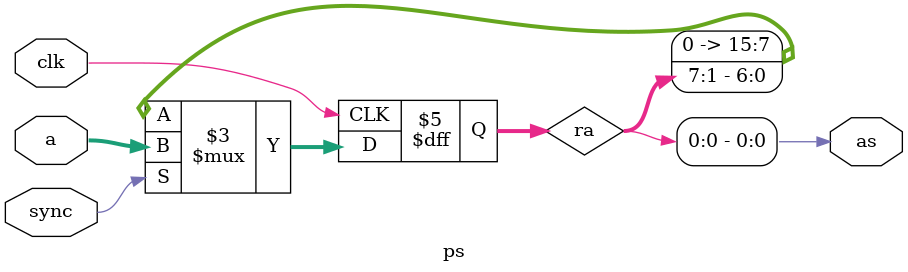
<source format=sv>
module ps (
    input logic [15:0] a,
    input logic sync,
    input logic clk,
    output logic as
);

    logic [15:0] ra;

    always_ff @(posedge clk)
        if (sync)
            ra <= a;
        else
            ra <= {1'b0, ra[7:1]};

    assign as = ra[0];

endmodule

</source>
